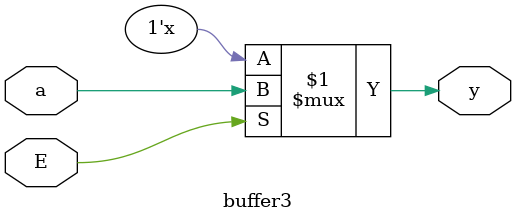
<source format=sv>
`timescale 1ns / 1ps


module buffer3(
    input logic a,E,
    output logic y
    );
    assign y = E? a:1'bZ;
endmodule

</source>
